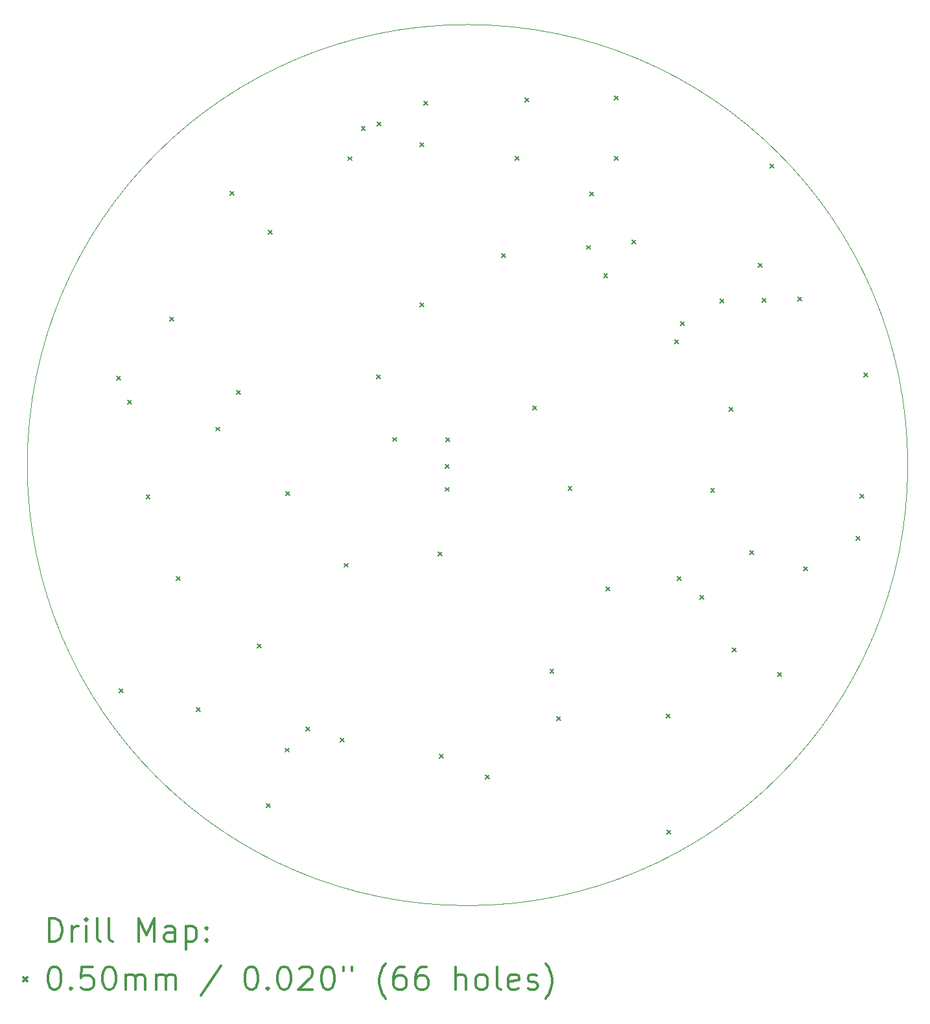
<source format=gbr>
%FSLAX45Y45*%
G04 Gerber Fmt 4.5, Leading zero omitted, Abs format (unit mm)*
G04 Created by KiCad (PCBNEW 5.1.5+dfsg1-2build2) date 2021-03-11 11:45:34*
%MOMM*%
%LPD*%
G04 APERTURE LIST*
%TA.AperFunction,Profile*%
%ADD10C,0.050000*%
%TD*%
%ADD11C,0.200000*%
%ADD12C,0.300000*%
G04 APERTURE END LIST*
D10*
X16252000Y-14899000D02*
G75*
G03X16252000Y-14899000I-5751000J0D01*
G01*
D11*
X5918600Y-13741800D02*
X5968600Y-13791800D01*
X5968600Y-13741800D02*
X5918600Y-13791800D01*
X5954000Y-17817000D02*
X6004000Y-17867000D01*
X6004000Y-17817000D02*
X5954000Y-17867000D01*
X6058945Y-14049503D02*
X6108945Y-14099503D01*
X6108945Y-14049503D02*
X6058945Y-14099503D01*
X6302738Y-15289184D02*
X6352738Y-15339184D01*
X6352738Y-15289184D02*
X6302738Y-15339184D01*
X6609000Y-12965000D02*
X6659000Y-13015000D01*
X6659000Y-12965000D02*
X6609000Y-13015000D01*
X6695875Y-16353825D02*
X6745875Y-16403825D01*
X6745875Y-16353825D02*
X6695875Y-16403825D01*
X6957000Y-18064000D02*
X7007000Y-18114000D01*
X7007000Y-18064000D02*
X6957000Y-18114000D01*
X7214951Y-14402949D02*
X7264951Y-14452949D01*
X7264951Y-14402949D02*
X7214951Y-14452949D01*
X7396589Y-11328800D02*
X7446589Y-11378800D01*
X7446589Y-11328800D02*
X7396589Y-11378800D01*
X7482514Y-13925492D02*
X7532514Y-13975492D01*
X7532514Y-13925492D02*
X7482514Y-13975492D01*
X7753341Y-17232659D02*
X7803341Y-17282659D01*
X7803341Y-17232659D02*
X7753341Y-17282659D01*
X7873000Y-19317000D02*
X7923000Y-19367000D01*
X7923000Y-19317000D02*
X7873000Y-19367000D01*
X7899800Y-11836800D02*
X7949800Y-11886800D01*
X7949800Y-11836800D02*
X7899800Y-11886800D01*
X8118000Y-18594000D02*
X8168000Y-18644000D01*
X8168000Y-18594000D02*
X8118000Y-18644000D01*
X8129285Y-15241450D02*
X8179285Y-15291450D01*
X8179285Y-15241450D02*
X8129285Y-15291450D01*
X8387538Y-18321403D02*
X8437538Y-18371403D01*
X8437538Y-18321403D02*
X8387538Y-18371403D01*
X8840620Y-18459055D02*
X8890620Y-18509055D01*
X8890620Y-18459055D02*
X8840620Y-18509055D01*
X8888176Y-16180783D02*
X8938176Y-16230783D01*
X8938176Y-16180783D02*
X8888176Y-16230783D01*
X8938000Y-10872000D02*
X8988000Y-10922000D01*
X8988000Y-10872000D02*
X8938000Y-10922000D01*
X9114000Y-10482000D02*
X9164000Y-10532000D01*
X9164000Y-10482000D02*
X9114000Y-10532000D01*
X9312000Y-13723000D02*
X9362000Y-13773000D01*
X9362000Y-13723000D02*
X9312000Y-13773000D01*
X9323000Y-10417000D02*
X9373000Y-10467000D01*
X9373000Y-10417000D02*
X9323000Y-10467000D01*
X9522000Y-14538000D02*
X9572000Y-14588000D01*
X9572000Y-14538000D02*
X9522000Y-14588000D01*
X9881000Y-10693800D02*
X9931000Y-10743800D01*
X9931000Y-10693800D02*
X9881000Y-10743800D01*
X9883028Y-12781047D02*
X9933028Y-12831047D01*
X9933028Y-12781047D02*
X9883028Y-12831047D01*
X9927000Y-10152000D02*
X9977000Y-10202000D01*
X9977000Y-10152000D02*
X9927000Y-10202000D01*
X10120000Y-16035000D02*
X10170000Y-16085000D01*
X10170000Y-16035000D02*
X10120000Y-16085000D01*
X10130138Y-18674862D02*
X10180138Y-18724862D01*
X10180138Y-18674862D02*
X10130138Y-18724862D01*
X10210581Y-15190419D02*
X10260581Y-15240419D01*
X10260581Y-15190419D02*
X10210581Y-15240419D01*
X10212348Y-14891348D02*
X10262348Y-14941348D01*
X10262348Y-14891348D02*
X10212348Y-14941348D01*
X10222000Y-14539000D02*
X10272000Y-14589000D01*
X10272000Y-14539000D02*
X10222000Y-14589000D01*
X10734816Y-18948577D02*
X10784816Y-18998577D01*
X10784816Y-18948577D02*
X10734816Y-18998577D01*
X10945087Y-12135790D02*
X10995087Y-12185790D01*
X10995087Y-12135790D02*
X10945087Y-12185790D01*
X11125600Y-10871600D02*
X11175600Y-10921600D01*
X11175600Y-10871600D02*
X11125600Y-10921600D01*
X11252600Y-10109600D02*
X11302600Y-10159600D01*
X11302600Y-10109600D02*
X11252600Y-10159600D01*
X11352124Y-14125876D02*
X11402124Y-14175876D01*
X11402124Y-14125876D02*
X11352124Y-14175876D01*
X11577449Y-17565166D02*
X11627449Y-17615166D01*
X11627449Y-17565166D02*
X11577449Y-17615166D01*
X11663776Y-18183224D02*
X11713776Y-18233224D01*
X11713776Y-18183224D02*
X11663776Y-18233224D01*
X11814524Y-15176133D02*
X11864524Y-15226133D01*
X11864524Y-15176133D02*
X11814524Y-15226133D01*
X12055977Y-12032087D02*
X12105977Y-12082087D01*
X12105977Y-12032087D02*
X12055977Y-12082087D01*
X12096000Y-11334000D02*
X12146000Y-11384000D01*
X12146000Y-11334000D02*
X12096000Y-11384000D01*
X12279933Y-12401067D02*
X12329933Y-12451067D01*
X12329933Y-12401067D02*
X12279933Y-12451067D01*
X12312410Y-16486926D02*
X12362410Y-16536926D01*
X12362410Y-16486926D02*
X12312410Y-16536926D01*
X12421000Y-10084200D02*
X12471000Y-10134200D01*
X12471000Y-10084200D02*
X12421000Y-10134200D01*
X12421000Y-10871600D02*
X12471000Y-10921600D01*
X12471000Y-10871600D02*
X12421000Y-10921600D01*
X12649600Y-11963800D02*
X12699600Y-12013800D01*
X12699600Y-11963800D02*
X12649600Y-12013800D01*
X13094000Y-18151000D02*
X13144000Y-18201000D01*
X13144000Y-18151000D02*
X13094000Y-18201000D01*
X13105000Y-19662000D02*
X13155000Y-19712000D01*
X13155000Y-19662000D02*
X13105000Y-19712000D01*
X13205000Y-13261000D02*
X13255000Y-13311000D01*
X13255000Y-13261000D02*
X13205000Y-13311000D01*
X13238626Y-16353110D02*
X13288626Y-16403110D01*
X13288626Y-16353110D02*
X13238626Y-16403110D01*
X13284472Y-13027537D02*
X13334472Y-13077537D01*
X13334472Y-13027537D02*
X13284472Y-13077537D01*
X13535822Y-16601136D02*
X13585822Y-16651136D01*
X13585822Y-16601136D02*
X13535822Y-16651136D01*
X13677314Y-15205207D02*
X13727314Y-15255207D01*
X13727314Y-15205207D02*
X13677314Y-15255207D01*
X13799377Y-12729377D02*
X13849377Y-12779377D01*
X13849377Y-12729377D02*
X13799377Y-12779377D01*
X13918772Y-14146228D02*
X13968772Y-14196228D01*
X13968772Y-14146228D02*
X13918772Y-14196228D01*
X13963000Y-17287000D02*
X14013000Y-17337000D01*
X14013000Y-17287000D02*
X13963000Y-17337000D01*
X14186000Y-16017000D02*
X14236000Y-16067000D01*
X14236000Y-16017000D02*
X14186000Y-16067000D01*
X14300600Y-12268600D02*
X14350600Y-12318600D01*
X14350600Y-12268600D02*
X14300600Y-12318600D01*
X14351400Y-12725800D02*
X14401400Y-12775800D01*
X14401400Y-12725800D02*
X14351400Y-12775800D01*
X14453000Y-10973200D02*
X14503000Y-11023200D01*
X14503000Y-10973200D02*
X14453000Y-11023200D01*
X14552000Y-17610000D02*
X14602000Y-17660000D01*
X14602000Y-17610000D02*
X14552000Y-17660000D01*
X14819000Y-12702000D02*
X14869000Y-12752000D01*
X14869000Y-12702000D02*
X14819000Y-12752000D01*
X14894000Y-16231000D02*
X14944000Y-16281000D01*
X14944000Y-16231000D02*
X14894000Y-16281000D01*
X15577000Y-15832000D02*
X15627000Y-15882000D01*
X15627000Y-15832000D02*
X15577000Y-15882000D01*
X15626000Y-15277000D02*
X15676000Y-15327000D01*
X15676000Y-15277000D02*
X15626000Y-15327000D01*
X15681000Y-13695000D02*
X15731000Y-13745000D01*
X15731000Y-13695000D02*
X15681000Y-13745000D01*
D12*
X5033928Y-21118215D02*
X5033928Y-20818215D01*
X5105357Y-20818215D01*
X5148214Y-20832500D01*
X5176785Y-20861072D01*
X5191071Y-20889643D01*
X5205357Y-20946786D01*
X5205357Y-20989643D01*
X5191071Y-21046786D01*
X5176785Y-21075358D01*
X5148214Y-21103929D01*
X5105357Y-21118215D01*
X5033928Y-21118215D01*
X5333928Y-21118215D02*
X5333928Y-20918215D01*
X5333928Y-20975358D02*
X5348214Y-20946786D01*
X5362500Y-20932500D01*
X5391071Y-20918215D01*
X5419642Y-20918215D01*
X5519642Y-21118215D02*
X5519642Y-20918215D01*
X5519642Y-20818215D02*
X5505357Y-20832500D01*
X5519642Y-20846786D01*
X5533928Y-20832500D01*
X5519642Y-20818215D01*
X5519642Y-20846786D01*
X5705357Y-21118215D02*
X5676785Y-21103929D01*
X5662500Y-21075358D01*
X5662500Y-20818215D01*
X5862500Y-21118215D02*
X5833928Y-21103929D01*
X5819642Y-21075358D01*
X5819642Y-20818215D01*
X6205357Y-21118215D02*
X6205357Y-20818215D01*
X6305357Y-21032500D01*
X6405357Y-20818215D01*
X6405357Y-21118215D01*
X6676785Y-21118215D02*
X6676785Y-20961072D01*
X6662500Y-20932500D01*
X6633928Y-20918215D01*
X6576785Y-20918215D01*
X6548214Y-20932500D01*
X6676785Y-21103929D02*
X6648214Y-21118215D01*
X6576785Y-21118215D01*
X6548214Y-21103929D01*
X6533928Y-21075358D01*
X6533928Y-21046786D01*
X6548214Y-21018215D01*
X6576785Y-21003929D01*
X6648214Y-21003929D01*
X6676785Y-20989643D01*
X6819642Y-20918215D02*
X6819642Y-21218215D01*
X6819642Y-20932500D02*
X6848214Y-20918215D01*
X6905357Y-20918215D01*
X6933928Y-20932500D01*
X6948214Y-20946786D01*
X6962500Y-20975358D01*
X6962500Y-21061072D01*
X6948214Y-21089643D01*
X6933928Y-21103929D01*
X6905357Y-21118215D01*
X6848214Y-21118215D01*
X6819642Y-21103929D01*
X7091071Y-21089643D02*
X7105357Y-21103929D01*
X7091071Y-21118215D01*
X7076785Y-21103929D01*
X7091071Y-21089643D01*
X7091071Y-21118215D01*
X7091071Y-20932500D02*
X7105357Y-20946786D01*
X7091071Y-20961072D01*
X7076785Y-20946786D01*
X7091071Y-20932500D01*
X7091071Y-20961072D01*
X4697500Y-21587500D02*
X4747500Y-21637500D01*
X4747500Y-21587500D02*
X4697500Y-21637500D01*
X5091071Y-21448215D02*
X5119642Y-21448215D01*
X5148214Y-21462500D01*
X5162500Y-21476786D01*
X5176785Y-21505358D01*
X5191071Y-21562500D01*
X5191071Y-21633929D01*
X5176785Y-21691072D01*
X5162500Y-21719643D01*
X5148214Y-21733929D01*
X5119642Y-21748215D01*
X5091071Y-21748215D01*
X5062500Y-21733929D01*
X5048214Y-21719643D01*
X5033928Y-21691072D01*
X5019642Y-21633929D01*
X5019642Y-21562500D01*
X5033928Y-21505358D01*
X5048214Y-21476786D01*
X5062500Y-21462500D01*
X5091071Y-21448215D01*
X5319642Y-21719643D02*
X5333928Y-21733929D01*
X5319642Y-21748215D01*
X5305357Y-21733929D01*
X5319642Y-21719643D01*
X5319642Y-21748215D01*
X5605357Y-21448215D02*
X5462500Y-21448215D01*
X5448214Y-21591072D01*
X5462500Y-21576786D01*
X5491071Y-21562500D01*
X5562500Y-21562500D01*
X5591071Y-21576786D01*
X5605357Y-21591072D01*
X5619642Y-21619643D01*
X5619642Y-21691072D01*
X5605357Y-21719643D01*
X5591071Y-21733929D01*
X5562500Y-21748215D01*
X5491071Y-21748215D01*
X5462500Y-21733929D01*
X5448214Y-21719643D01*
X5805357Y-21448215D02*
X5833928Y-21448215D01*
X5862500Y-21462500D01*
X5876785Y-21476786D01*
X5891071Y-21505358D01*
X5905357Y-21562500D01*
X5905357Y-21633929D01*
X5891071Y-21691072D01*
X5876785Y-21719643D01*
X5862500Y-21733929D01*
X5833928Y-21748215D01*
X5805357Y-21748215D01*
X5776785Y-21733929D01*
X5762500Y-21719643D01*
X5748214Y-21691072D01*
X5733928Y-21633929D01*
X5733928Y-21562500D01*
X5748214Y-21505358D01*
X5762500Y-21476786D01*
X5776785Y-21462500D01*
X5805357Y-21448215D01*
X6033928Y-21748215D02*
X6033928Y-21548215D01*
X6033928Y-21576786D02*
X6048214Y-21562500D01*
X6076785Y-21548215D01*
X6119642Y-21548215D01*
X6148214Y-21562500D01*
X6162500Y-21591072D01*
X6162500Y-21748215D01*
X6162500Y-21591072D02*
X6176785Y-21562500D01*
X6205357Y-21548215D01*
X6248214Y-21548215D01*
X6276785Y-21562500D01*
X6291071Y-21591072D01*
X6291071Y-21748215D01*
X6433928Y-21748215D02*
X6433928Y-21548215D01*
X6433928Y-21576786D02*
X6448214Y-21562500D01*
X6476785Y-21548215D01*
X6519642Y-21548215D01*
X6548214Y-21562500D01*
X6562500Y-21591072D01*
X6562500Y-21748215D01*
X6562500Y-21591072D02*
X6576785Y-21562500D01*
X6605357Y-21548215D01*
X6648214Y-21548215D01*
X6676785Y-21562500D01*
X6691071Y-21591072D01*
X6691071Y-21748215D01*
X7276785Y-21433929D02*
X7019642Y-21819643D01*
X7662500Y-21448215D02*
X7691071Y-21448215D01*
X7719642Y-21462500D01*
X7733928Y-21476786D01*
X7748214Y-21505358D01*
X7762500Y-21562500D01*
X7762500Y-21633929D01*
X7748214Y-21691072D01*
X7733928Y-21719643D01*
X7719642Y-21733929D01*
X7691071Y-21748215D01*
X7662500Y-21748215D01*
X7633928Y-21733929D01*
X7619642Y-21719643D01*
X7605357Y-21691072D01*
X7591071Y-21633929D01*
X7591071Y-21562500D01*
X7605357Y-21505358D01*
X7619642Y-21476786D01*
X7633928Y-21462500D01*
X7662500Y-21448215D01*
X7891071Y-21719643D02*
X7905357Y-21733929D01*
X7891071Y-21748215D01*
X7876785Y-21733929D01*
X7891071Y-21719643D01*
X7891071Y-21748215D01*
X8091071Y-21448215D02*
X8119642Y-21448215D01*
X8148214Y-21462500D01*
X8162500Y-21476786D01*
X8176785Y-21505358D01*
X8191071Y-21562500D01*
X8191071Y-21633929D01*
X8176785Y-21691072D01*
X8162500Y-21719643D01*
X8148214Y-21733929D01*
X8119642Y-21748215D01*
X8091071Y-21748215D01*
X8062500Y-21733929D01*
X8048214Y-21719643D01*
X8033928Y-21691072D01*
X8019642Y-21633929D01*
X8019642Y-21562500D01*
X8033928Y-21505358D01*
X8048214Y-21476786D01*
X8062500Y-21462500D01*
X8091071Y-21448215D01*
X8305357Y-21476786D02*
X8319642Y-21462500D01*
X8348214Y-21448215D01*
X8419642Y-21448215D01*
X8448214Y-21462500D01*
X8462500Y-21476786D01*
X8476785Y-21505358D01*
X8476785Y-21533929D01*
X8462500Y-21576786D01*
X8291071Y-21748215D01*
X8476785Y-21748215D01*
X8662500Y-21448215D02*
X8691071Y-21448215D01*
X8719642Y-21462500D01*
X8733928Y-21476786D01*
X8748214Y-21505358D01*
X8762500Y-21562500D01*
X8762500Y-21633929D01*
X8748214Y-21691072D01*
X8733928Y-21719643D01*
X8719642Y-21733929D01*
X8691071Y-21748215D01*
X8662500Y-21748215D01*
X8633928Y-21733929D01*
X8619642Y-21719643D01*
X8605357Y-21691072D01*
X8591071Y-21633929D01*
X8591071Y-21562500D01*
X8605357Y-21505358D01*
X8619642Y-21476786D01*
X8633928Y-21462500D01*
X8662500Y-21448215D01*
X8876785Y-21448215D02*
X8876785Y-21505358D01*
X8991071Y-21448215D02*
X8991071Y-21505358D01*
X9433928Y-21862500D02*
X9419642Y-21848215D01*
X9391071Y-21805358D01*
X9376785Y-21776786D01*
X9362500Y-21733929D01*
X9348214Y-21662500D01*
X9348214Y-21605358D01*
X9362500Y-21533929D01*
X9376785Y-21491072D01*
X9391071Y-21462500D01*
X9419642Y-21419643D01*
X9433928Y-21405358D01*
X9676785Y-21448215D02*
X9619642Y-21448215D01*
X9591071Y-21462500D01*
X9576785Y-21476786D01*
X9548214Y-21519643D01*
X9533928Y-21576786D01*
X9533928Y-21691072D01*
X9548214Y-21719643D01*
X9562500Y-21733929D01*
X9591071Y-21748215D01*
X9648214Y-21748215D01*
X9676785Y-21733929D01*
X9691071Y-21719643D01*
X9705357Y-21691072D01*
X9705357Y-21619643D01*
X9691071Y-21591072D01*
X9676785Y-21576786D01*
X9648214Y-21562500D01*
X9591071Y-21562500D01*
X9562500Y-21576786D01*
X9548214Y-21591072D01*
X9533928Y-21619643D01*
X9962500Y-21448215D02*
X9905357Y-21448215D01*
X9876785Y-21462500D01*
X9862500Y-21476786D01*
X9833928Y-21519643D01*
X9819642Y-21576786D01*
X9819642Y-21691072D01*
X9833928Y-21719643D01*
X9848214Y-21733929D01*
X9876785Y-21748215D01*
X9933928Y-21748215D01*
X9962500Y-21733929D01*
X9976785Y-21719643D01*
X9991071Y-21691072D01*
X9991071Y-21619643D01*
X9976785Y-21591072D01*
X9962500Y-21576786D01*
X9933928Y-21562500D01*
X9876785Y-21562500D01*
X9848214Y-21576786D01*
X9833928Y-21591072D01*
X9819642Y-21619643D01*
X10348214Y-21748215D02*
X10348214Y-21448215D01*
X10476785Y-21748215D02*
X10476785Y-21591072D01*
X10462500Y-21562500D01*
X10433928Y-21548215D01*
X10391071Y-21548215D01*
X10362500Y-21562500D01*
X10348214Y-21576786D01*
X10662500Y-21748215D02*
X10633928Y-21733929D01*
X10619642Y-21719643D01*
X10605357Y-21691072D01*
X10605357Y-21605358D01*
X10619642Y-21576786D01*
X10633928Y-21562500D01*
X10662500Y-21548215D01*
X10705357Y-21548215D01*
X10733928Y-21562500D01*
X10748214Y-21576786D01*
X10762500Y-21605358D01*
X10762500Y-21691072D01*
X10748214Y-21719643D01*
X10733928Y-21733929D01*
X10705357Y-21748215D01*
X10662500Y-21748215D01*
X10933928Y-21748215D02*
X10905357Y-21733929D01*
X10891071Y-21705358D01*
X10891071Y-21448215D01*
X11162500Y-21733929D02*
X11133928Y-21748215D01*
X11076785Y-21748215D01*
X11048214Y-21733929D01*
X11033928Y-21705358D01*
X11033928Y-21591072D01*
X11048214Y-21562500D01*
X11076785Y-21548215D01*
X11133928Y-21548215D01*
X11162500Y-21562500D01*
X11176785Y-21591072D01*
X11176785Y-21619643D01*
X11033928Y-21648215D01*
X11291071Y-21733929D02*
X11319642Y-21748215D01*
X11376785Y-21748215D01*
X11405357Y-21733929D01*
X11419642Y-21705358D01*
X11419642Y-21691072D01*
X11405357Y-21662500D01*
X11376785Y-21648215D01*
X11333928Y-21648215D01*
X11305357Y-21633929D01*
X11291071Y-21605358D01*
X11291071Y-21591072D01*
X11305357Y-21562500D01*
X11333928Y-21548215D01*
X11376785Y-21548215D01*
X11405357Y-21562500D01*
X11519642Y-21862500D02*
X11533928Y-21848215D01*
X11562500Y-21805358D01*
X11576785Y-21776786D01*
X11591071Y-21733929D01*
X11605357Y-21662500D01*
X11605357Y-21605358D01*
X11591071Y-21533929D01*
X11576785Y-21491072D01*
X11562500Y-21462500D01*
X11533928Y-21419643D01*
X11519642Y-21405358D01*
M02*

</source>
